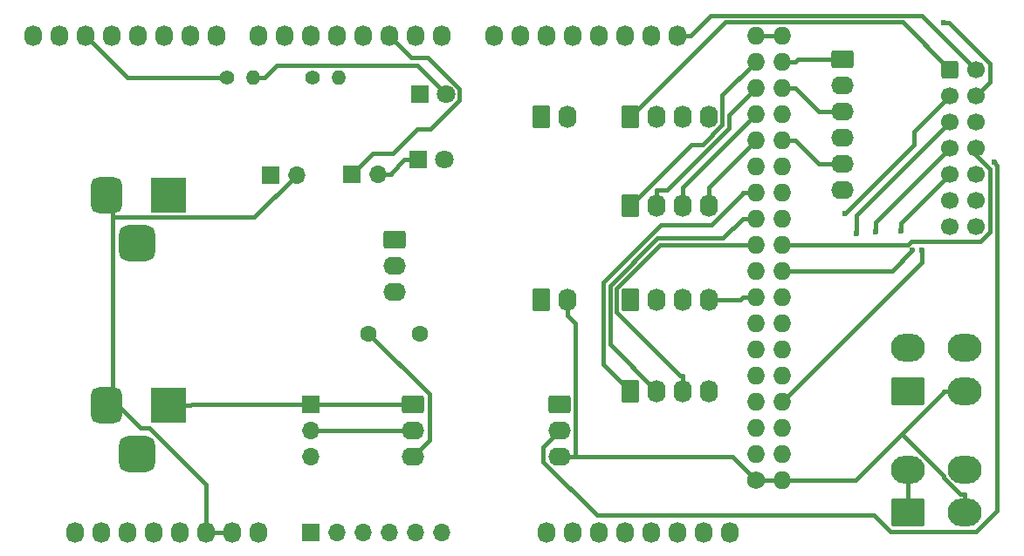
<source format=gbr>
G04 #@! TF.GenerationSoftware,KiCad,Pcbnew,(6.0.7-1)-1*
G04 #@! TF.CreationDate,2022-09-18T08:12:51+10:00*
G04 #@! TF.ProjectId,Standby_BM,5374616e-6462-4795-9f42-4d2e6b696361,rev?*
G04 #@! TF.SameCoordinates,Original*
G04 #@! TF.FileFunction,Copper,L1,Top*
G04 #@! TF.FilePolarity,Positive*
%FSLAX46Y46*%
G04 Gerber Fmt 4.6, Leading zero omitted, Abs format (unit mm)*
G04 Created by KiCad (PCBNEW (6.0.7-1)-1) date 2022-09-18 08:12:51*
%MOMM*%
%LPD*%
G01*
G04 APERTURE LIST*
G04 Aperture macros list*
%AMRoundRect*
0 Rectangle with rounded corners*
0 $1 Rounding radius*
0 $2 $3 $4 $5 $6 $7 $8 $9 X,Y pos of 4 corners*
0 Add a 4 corners polygon primitive as box body*
4,1,4,$2,$3,$4,$5,$6,$7,$8,$9,$2,$3,0*
0 Add four circle primitives for the rounded corners*
1,1,$1+$1,$2,$3*
1,1,$1+$1,$4,$5*
1,1,$1+$1,$6,$7*
1,1,$1+$1,$8,$9*
0 Add four rect primitives between the rounded corners*
20,1,$1+$1,$2,$3,$4,$5,0*
20,1,$1+$1,$4,$5,$6,$7,0*
20,1,$1+$1,$6,$7,$8,$9,0*
20,1,$1+$1,$8,$9,$2,$3,0*%
G04 Aperture macros list end*
G04 #@! TA.AperFunction,ComponentPad*
%ADD10C,1.727200*%
G04 #@! TD*
G04 #@! TA.AperFunction,ComponentPad*
%ADD11O,1.727200X1.727200*%
G04 #@! TD*
G04 #@! TA.AperFunction,ComponentPad*
%ADD12O,1.727200X2.032000*%
G04 #@! TD*
G04 #@! TA.AperFunction,ComponentPad*
%ADD13R,1.700000X1.700000*%
G04 #@! TD*
G04 #@! TA.AperFunction,ComponentPad*
%ADD14O,1.700000X1.700000*%
G04 #@! TD*
G04 #@! TA.AperFunction,ComponentPad*
%ADD15R,1.800000X1.800000*%
G04 #@! TD*
G04 #@! TA.AperFunction,ComponentPad*
%ADD16C,1.800000*%
G04 #@! TD*
G04 #@! TA.AperFunction,ComponentPad*
%ADD17C,1.400000*%
G04 #@! TD*
G04 #@! TA.AperFunction,ComponentPad*
%ADD18O,1.400000X1.400000*%
G04 #@! TD*
G04 #@! TA.AperFunction,ComponentPad*
%ADD19RoundRect,0.250000X-0.600000X-0.600000X0.600000X-0.600000X0.600000X0.600000X-0.600000X0.600000X0*%
G04 #@! TD*
G04 #@! TA.AperFunction,ComponentPad*
%ADD20C,1.700000*%
G04 #@! TD*
G04 #@! TA.AperFunction,ComponentPad*
%ADD21RoundRect,0.250000X-0.620000X-0.845000X0.620000X-0.845000X0.620000X0.845000X-0.620000X0.845000X0*%
G04 #@! TD*
G04 #@! TA.AperFunction,ComponentPad*
%ADD22O,1.740000X2.190000*%
G04 #@! TD*
G04 #@! TA.AperFunction,ComponentPad*
%ADD23RoundRect,0.250000X-0.845000X0.620000X-0.845000X-0.620000X0.845000X-0.620000X0.845000X0.620000X0*%
G04 #@! TD*
G04 #@! TA.AperFunction,ComponentPad*
%ADD24O,2.190000X1.740000*%
G04 #@! TD*
G04 #@! TA.AperFunction,ComponentPad*
%ADD25R,3.500000X3.500000*%
G04 #@! TD*
G04 #@! TA.AperFunction,ComponentPad*
%ADD26RoundRect,0.750000X-0.750000X-1.000000X0.750000X-1.000000X0.750000X1.000000X-0.750000X1.000000X0*%
G04 #@! TD*
G04 #@! TA.AperFunction,ComponentPad*
%ADD27RoundRect,0.875000X-0.875000X-0.875000X0.875000X-0.875000X0.875000X0.875000X-0.875000X0.875000X0*%
G04 #@! TD*
G04 #@! TA.AperFunction,ComponentPad*
%ADD28RoundRect,0.250001X1.399999X-1.099999X1.399999X1.099999X-1.399999X1.099999X-1.399999X-1.099999X0*%
G04 #@! TD*
G04 #@! TA.AperFunction,ComponentPad*
%ADD29O,3.300000X2.700000*%
G04 #@! TD*
G04 #@! TA.AperFunction,ComponentPad*
%ADD30C,1.600000*%
G04 #@! TD*
G04 #@! TA.AperFunction,ViaPad*
%ADD31C,0.600000*%
G04 #@! TD*
G04 #@! TA.AperFunction,Conductor*
%ADD32C,0.450000*%
G04 #@! TD*
G04 APERTURE END LIST*
D10*
X197358000Y-114046000D03*
D11*
X199898000Y-114046000D03*
X197358000Y-111506000D03*
X199898000Y-111506000D03*
X197358000Y-108966000D03*
X199898000Y-108966000D03*
X197358000Y-106426000D03*
X199898000Y-106426000D03*
X197358000Y-103886000D03*
X199898000Y-103886000D03*
X197358000Y-101346000D03*
X199898000Y-101346000D03*
X197358000Y-98806000D03*
X199898000Y-98806000D03*
X197358000Y-96266000D03*
X199898000Y-96266000D03*
X197358000Y-93726000D03*
X199898000Y-93726000D03*
X197358000Y-91186000D03*
X199898000Y-91186000D03*
X197358000Y-88646000D03*
X199898000Y-88646000D03*
X197358000Y-86106000D03*
X199898000Y-86106000D03*
X197358000Y-83566000D03*
X199898000Y-83566000D03*
X197358000Y-81026000D03*
X199898000Y-81026000D03*
X197358000Y-78486000D03*
X199898000Y-78486000D03*
X197358000Y-75946000D03*
X199898000Y-75946000D03*
X197358000Y-73406000D03*
X199898000Y-73406000D03*
X197358000Y-70866000D03*
X199898000Y-70866000D03*
D12*
X131318000Y-119126000D03*
X133858000Y-119126000D03*
X136398000Y-119126000D03*
X138938000Y-119126000D03*
X141478000Y-119126000D03*
X144018000Y-119126000D03*
X146558000Y-119126000D03*
X149098000Y-119126000D03*
D13*
X154178000Y-119126000D03*
D14*
X156718000Y-119126000D03*
X159258000Y-119126000D03*
X161798000Y-119126000D03*
X164338000Y-119126000D03*
X166878000Y-119126000D03*
D12*
X177038000Y-119126000D03*
X179578000Y-119126000D03*
X182118000Y-119126000D03*
X184658000Y-119126000D03*
X187198000Y-119126000D03*
X189738000Y-119126000D03*
X192278000Y-119126000D03*
X194818000Y-119126000D03*
X127254000Y-70866000D03*
X129794000Y-70866000D03*
X132334000Y-70866000D03*
X134874000Y-70866000D03*
X137414000Y-70866000D03*
X139954000Y-70866000D03*
X142494000Y-70866000D03*
X145034000Y-70866000D03*
X149098000Y-70866000D03*
X151638000Y-70866000D03*
X154178000Y-70866000D03*
X156718000Y-70866000D03*
X159258000Y-70866000D03*
X161798000Y-70866000D03*
X164338000Y-70866000D03*
X166878000Y-70866000D03*
X171958000Y-70866000D03*
X174498000Y-70866000D03*
X177038000Y-70866000D03*
X179578000Y-70866000D03*
X182118000Y-70866000D03*
X184658000Y-70866000D03*
X187198000Y-70866000D03*
X189738000Y-70866000D03*
D15*
X164719000Y-76581000D03*
D16*
X167259000Y-76581000D03*
D15*
X164592000Y-82931000D03*
D16*
X167132000Y-82931000D03*
D13*
X158115000Y-84328000D03*
D14*
X160655000Y-84328000D03*
D13*
X150241000Y-84455000D03*
D14*
X152781000Y-84455000D03*
D17*
X146050000Y-74930000D03*
D18*
X148590000Y-74930000D03*
D17*
X154305000Y-74930000D03*
D18*
X156845000Y-74930000D03*
D19*
X216163500Y-74168000D03*
D20*
X218703500Y-74168000D03*
X216163500Y-76708000D03*
X218703500Y-76708000D03*
X216163500Y-79248000D03*
X218703500Y-79248000D03*
X216163500Y-81788000D03*
X218703500Y-81788000D03*
X216163500Y-84328000D03*
X218703500Y-84328000D03*
X216163500Y-86868000D03*
X218703500Y-86868000D03*
X216163500Y-89408000D03*
X218703500Y-89408000D03*
D21*
X185166000Y-87376000D03*
D22*
X187706000Y-87376000D03*
X190246000Y-87376000D03*
X192786000Y-87376000D03*
D23*
X178308000Y-106680000D03*
D24*
X178308000Y-109220000D03*
X178308000Y-111760000D03*
D21*
X185166000Y-105410000D03*
D22*
X187706000Y-105410000D03*
X190246000Y-105410000D03*
X192786000Y-105410000D03*
D21*
X185166000Y-78740000D03*
D22*
X187706000Y-78740000D03*
X190246000Y-78740000D03*
X192786000Y-78740000D03*
D25*
X140335000Y-106807000D03*
D26*
X134335000Y-106807000D03*
D27*
X137335000Y-111507000D03*
D28*
X212090000Y-105410000D03*
D29*
X212090000Y-101210000D03*
X217590000Y-105410000D03*
X217590000Y-101210000D03*
D25*
X140335000Y-86360000D03*
D26*
X134335000Y-86360000D03*
D27*
X137335000Y-91060000D03*
D23*
X164084000Y-106680000D03*
D24*
X164084000Y-109220000D03*
X164084000Y-111760000D03*
D30*
X164766000Y-99822000D03*
X159766000Y-99822000D03*
D13*
X154178000Y-106680000D03*
D14*
X154178000Y-109220000D03*
X154178000Y-111760000D03*
D21*
X176530000Y-78740000D03*
D22*
X179070000Y-78740000D03*
D21*
X185166000Y-96520000D03*
D22*
X187706000Y-96520000D03*
X190246000Y-96520000D03*
X192786000Y-96520000D03*
D23*
X162286000Y-90678000D03*
D24*
X162286000Y-93218000D03*
X162286000Y-95758000D03*
D23*
X205720000Y-73152000D03*
D24*
X205720000Y-75692000D03*
X205720000Y-78232000D03*
X205720000Y-80772000D03*
X205720000Y-83312000D03*
X205720000Y-85852000D03*
D21*
X176530000Y-96520000D03*
D22*
X179070000Y-96520000D03*
D28*
X212090000Y-117230000D03*
D29*
X212090000Y-113030000D03*
X217590000Y-117230000D03*
X217590000Y-113030000D03*
D31*
X211438800Y-89857200D03*
X208953700Y-89906100D03*
X207069900Y-90121000D03*
X205981900Y-88166000D03*
X212534300Y-91716000D03*
X215552000Y-69631500D03*
X213442900Y-91710300D03*
X220441700Y-83199800D03*
D32*
X217146200Y-115454700D02*
X215514600Y-113823100D01*
X199898000Y-114046000D02*
X197358000Y-114046000D01*
X179837700Y-98808000D02*
X179070000Y-98040300D01*
X178308000Y-111760000D02*
X179837700Y-111760000D01*
X217590000Y-117230000D02*
X217590000Y-115454700D01*
X215514600Y-113823100D02*
X215514600Y-113609400D01*
X217590000Y-105410000D02*
X215514700Y-105410000D01*
X215514700Y-105410000D02*
X215514700Y-105496000D01*
X211458000Y-109552700D02*
X206964700Y-114046000D01*
X206964700Y-114046000D02*
X199898000Y-114046000D01*
X215514600Y-113609400D02*
X211458000Y-109552700D01*
X215514700Y-105496000D02*
X211458000Y-109552700D01*
X217590000Y-115454700D02*
X217146200Y-115454700D01*
X179837700Y-111760000D02*
X195072000Y-111760000D01*
X179070000Y-96520000D02*
X179070000Y-98040300D01*
X179837700Y-111760000D02*
X179837700Y-98808000D01*
X195072000Y-111760000D02*
X197358000Y-114046000D01*
X211438800Y-89857200D02*
X211438800Y-89052700D01*
X211438800Y-89052700D02*
X216163500Y-84328000D01*
X208953700Y-88997800D02*
X216163500Y-81788000D01*
X208953700Y-89906100D02*
X208953700Y-88997800D01*
X207069900Y-88341600D02*
X216163500Y-79248000D01*
X207069900Y-90121000D02*
X207069900Y-88341600D01*
X212709900Y-81438000D02*
X212709900Y-80161600D01*
X205981900Y-88166000D02*
X212709900Y-81438000D01*
X212709900Y-80161600D02*
X216163500Y-76708000D01*
X210524300Y-93726000D02*
X212534300Y-91716000D01*
X199898000Y-93726000D02*
X210524300Y-93726000D01*
X220020700Y-83804500D02*
X220020700Y-89927900D01*
X212380400Y-90844200D02*
X212038600Y-91186000D01*
X220020700Y-89927900D02*
X219104400Y-90844200D01*
X199898000Y-91186000D02*
X201186900Y-91186000D01*
X212038600Y-91186000D02*
X201186900Y-91186000D01*
X219104400Y-90844200D02*
X212380400Y-90844200D01*
X218703500Y-81788000D02*
X218703500Y-82487300D01*
X218703500Y-82487300D02*
X220020700Y-83804500D01*
X203472900Y-83312000D02*
X201186900Y-81026000D01*
X205720000Y-83312000D02*
X203472900Y-83312000D01*
X199898000Y-81026000D02*
X201186900Y-81026000D01*
X216063100Y-69631500D02*
X220020700Y-73589100D01*
X215552000Y-69631500D02*
X216063100Y-69631500D01*
X220020700Y-75390800D02*
X218703500Y-76708000D01*
X220020700Y-73589100D02*
X220020700Y-75390800D01*
X192786000Y-85598000D02*
X197358000Y-81026000D01*
X192786000Y-87376000D02*
X192786000Y-85598000D01*
X199898000Y-75946000D02*
X201186900Y-75946000D01*
X203472900Y-78232000D02*
X201186900Y-75946000D01*
X205720000Y-78232000D02*
X203472900Y-78232000D01*
X201440900Y-73152000D02*
X201186900Y-73406000D01*
X199898000Y-73406000D02*
X201186900Y-73406000D01*
X205720000Y-73152000D02*
X201440900Y-73152000D01*
X199898000Y-70866000D02*
X197358000Y-70866000D01*
X134908300Y-106233700D02*
X134335000Y-106807000D01*
X165642600Y-110201400D02*
X164084000Y-111760000D01*
X137657000Y-108982400D02*
X138473700Y-108982400D01*
X161930300Y-84328000D02*
X161930300Y-84267400D01*
X165642600Y-105698600D02*
X165642600Y-110201400D01*
X134908300Y-106233700D02*
X137657000Y-108982400D01*
X134908300Y-88535400D02*
X134908300Y-106233700D01*
X144018000Y-114526700D02*
X144018000Y-119126000D01*
X164592000Y-82931000D02*
X163266700Y-82931000D01*
X138473700Y-108982400D02*
X144018000Y-114526700D01*
X161930300Y-84267400D02*
X163266700Y-82931000D01*
X148700600Y-88535400D02*
X134908300Y-88535400D01*
X146558000Y-119126000D02*
X145306900Y-119126000D01*
X160655000Y-84328000D02*
X161930300Y-84328000D01*
X152781000Y-84455000D02*
X148700600Y-88535400D01*
X134335000Y-86360000D02*
X134908300Y-86933300D01*
X134908300Y-86933300D02*
X134908300Y-88535400D01*
X159766000Y-99822000D02*
X165642600Y-105698600D01*
X144018000Y-119126000D02*
X145306900Y-119126000D01*
X164477500Y-73799500D02*
X167259000Y-76581000D01*
X149715300Y-74930000D02*
X150845800Y-73799500D01*
X148590000Y-74930000D02*
X149715300Y-74930000D01*
X150845800Y-73799500D02*
X164477500Y-73799500D01*
X190246000Y-103889700D02*
X190000500Y-103889700D01*
X196057500Y-91197600D02*
X196069100Y-91186000D01*
X183825700Y-95419000D02*
X188047100Y-91197600D01*
X197358000Y-91186000D02*
X196069100Y-91186000D01*
X190246000Y-105410000D02*
X190246000Y-103889700D01*
X183825700Y-97714900D02*
X183825700Y-95419000D01*
X190000500Y-103889700D02*
X183825700Y-97714900D01*
X188047100Y-91197600D02*
X196057500Y-91197600D01*
X183174900Y-95140300D02*
X187768000Y-90547200D01*
X187706000Y-105410000D02*
X183174900Y-100878900D01*
X194167900Y-90547200D02*
X196069100Y-88646000D01*
X197358000Y-88646000D02*
X196069100Y-88646000D01*
X187768000Y-90547200D02*
X194167900Y-90547200D01*
X183174900Y-100878900D02*
X183174900Y-95140300D01*
X197358000Y-86106000D02*
X196069100Y-86106000D01*
X182524500Y-94805300D02*
X188083200Y-89246600D01*
X188083200Y-89246600D02*
X193062000Y-89246600D01*
X185166000Y-105410000D02*
X182524500Y-102768500D01*
X196069100Y-86239500D02*
X196069100Y-86106000D01*
X182524500Y-102768500D02*
X182524500Y-94805300D01*
X193062000Y-89246600D02*
X196069100Y-86239500D01*
X213442900Y-92881100D02*
X213442900Y-91710300D01*
X199898000Y-106426000D02*
X213442900Y-92881100D01*
X197358000Y-96266000D02*
X196069100Y-96266000D01*
X192786000Y-96520000D02*
X195815100Y-96520000D01*
X195815100Y-96520000D02*
X196069100Y-96266000D01*
X136398000Y-74930000D02*
X132334000Y-70866000D01*
X146050000Y-74930000D02*
X136398000Y-74930000D01*
X213445400Y-68909900D02*
X218703500Y-74168000D01*
X192983000Y-68909900D02*
X213445400Y-68909900D01*
X191026900Y-70866000D02*
X192983000Y-68909900D01*
X189738000Y-70866000D02*
X191026900Y-70866000D01*
X162152500Y-82280600D02*
X164464100Y-79969000D01*
X163890300Y-72958300D02*
X161798000Y-70866000D01*
X165750100Y-79969000D02*
X168589900Y-77129200D01*
X168589900Y-77129200D02*
X168589900Y-76015200D01*
X160162400Y-82280600D02*
X162152500Y-82280600D01*
X168589900Y-76015200D02*
X165533000Y-72958300D01*
X164464100Y-79969000D02*
X165750100Y-79969000D01*
X165533000Y-72958300D02*
X163890300Y-72958300D01*
X158115000Y-84328000D02*
X160162400Y-82280600D01*
X142637300Y-106680000D02*
X142510300Y-106807000D01*
X164084000Y-106680000D02*
X154178000Y-106680000D01*
X154178000Y-106680000D02*
X142637300Y-106680000D01*
X140335000Y-106807000D02*
X142510300Y-106807000D01*
X212090000Y-117230000D02*
X212090000Y-113030000D01*
X194342300Y-69563700D02*
X211559200Y-69563700D01*
X211559200Y-69563700D02*
X216163500Y-74168000D01*
X185166000Y-78740000D02*
X194342300Y-69563700D01*
X181906500Y-117464100D02*
X208796700Y-117464100D01*
X210367800Y-119035200D02*
X218703600Y-119035200D01*
X218703600Y-119035200D02*
X220727300Y-117011500D01*
X220727300Y-117011500D02*
X220727300Y-83485400D01*
X178308000Y-109220000D02*
X176708400Y-110819600D01*
X208796700Y-117464100D02*
X210367800Y-119035200D01*
X220727300Y-83485400D02*
X220441700Y-83199800D01*
X176708400Y-110819600D02*
X176708400Y-112266000D01*
X176708400Y-112266000D02*
X181906500Y-117464100D01*
X154178000Y-109220000D02*
X164084000Y-109220000D01*
X194082000Y-76682000D02*
X197358000Y-73406000D01*
X185166000Y-87376000D02*
X191074100Y-81467900D01*
X194082000Y-79553200D02*
X194082000Y-76682000D01*
X191074100Y-81467900D02*
X192167300Y-81467900D01*
X192167300Y-81467900D02*
X194082000Y-79553200D01*
X187706000Y-87376000D02*
X187706000Y-85855700D01*
X187706000Y-85855700D02*
X188699300Y-85855700D01*
X194733000Y-79822000D02*
X194733000Y-78571000D01*
X188699300Y-85855700D02*
X194733000Y-79822000D01*
X194733000Y-78571000D02*
X197358000Y-75946000D01*
X190246000Y-85598000D02*
X197358000Y-78486000D01*
X190246000Y-87376000D02*
X190246000Y-85598000D01*
M02*

</source>
